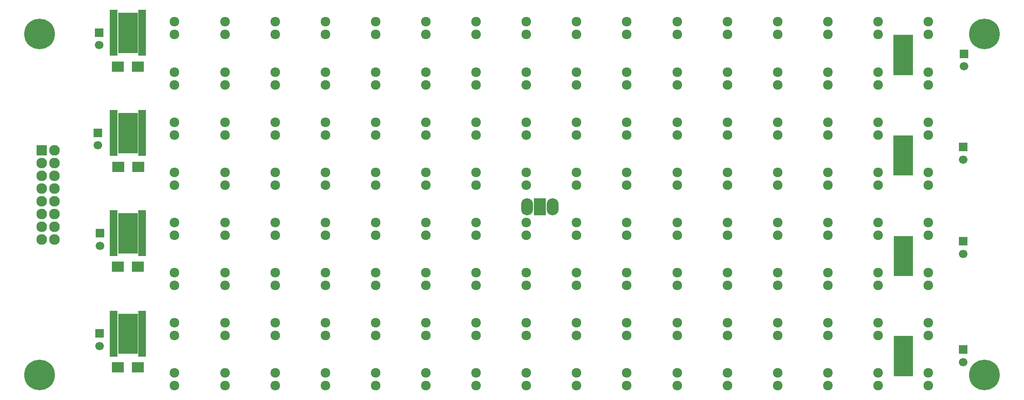
<source format=gts>
%TF.GenerationSoftware,KiCad,Pcbnew,4.0.4-stable*%
%TF.CreationDate,2016-10-15T20:39:20+02:00*%
%TF.ProjectId,matrix-clock,6D61747269782D636C6F636B2E6B6963,rev?*%
%TF.FileFunction,Soldermask,Top*%
%FSLAX46Y46*%
G04 Gerber Fmt 4.6, Leading zero omitted, Abs format (unit mm)*
G04 Created by KiCad (PCBNEW 4.0.4-stable) date Sat Oct 15 20:39:20 2016*
%MOMM*%
%LPD*%
G01*
G04 APERTURE LIST*
%ADD10C,0.100000*%
%ADD11C,1.924000*%
%ADD12R,2.400000X2.100000*%
%ADD13R,2.127200X2.127200*%
%ADD14O,2.127200X2.127200*%
%ADD15R,1.290000X1.500000*%
%ADD16R,1.500000X0.800000*%
%ADD17R,1.700000X1.700000*%
%ADD18C,1.700000*%
%ADD19C,6.100000*%
%ADD20O,2.400000X3.400000*%
G04 APERTURE END LIST*
D10*
D11*
X211370000Y-99950000D03*
X211370000Y-97410000D03*
X211370000Y-49950000D03*
X211370000Y-47410000D03*
X211370000Y-59950000D03*
X211370000Y-57410000D03*
X211370000Y-69950000D03*
X211370000Y-67410000D03*
X211370000Y-79950000D03*
X211370000Y-77410000D03*
X291370000Y-99950000D03*
X291370000Y-97410000D03*
X231370000Y-79950000D03*
X231370000Y-77410000D03*
D12*
X134050000Y-116280000D03*
X130050000Y-116280000D03*
X134050000Y-96200000D03*
X130050000Y-96200000D03*
X134130000Y-76310000D03*
X130130000Y-76310000D03*
D13*
X114935000Y-73025000D03*
D14*
X117475000Y-73025000D03*
X114935000Y-75565000D03*
X117475000Y-75565000D03*
X114935000Y-78105000D03*
X117475000Y-78105000D03*
X114935000Y-80645000D03*
X117475000Y-80645000D03*
X114935000Y-83185000D03*
X117475000Y-83185000D03*
X114935000Y-85725000D03*
X117475000Y-85725000D03*
X114935000Y-88265000D03*
X117475000Y-88265000D03*
X114935000Y-90805000D03*
X117475000Y-90805000D03*
D11*
X151370000Y-109950000D03*
X151370000Y-107410000D03*
X161370000Y-99950000D03*
X161370000Y-97410000D03*
X181370000Y-119950000D03*
X181370000Y-117410000D03*
X171370000Y-119950000D03*
X171370000Y-117410000D03*
X151370000Y-119950000D03*
X151370000Y-117410000D03*
X141370000Y-119950000D03*
X141370000Y-117410000D03*
X181370000Y-109950000D03*
X181370000Y-107410000D03*
X161370000Y-119950000D03*
X161370000Y-117410000D03*
X191370000Y-119950000D03*
X191370000Y-117410000D03*
X201370000Y-119950000D03*
X201370000Y-117410000D03*
X211370000Y-119950000D03*
X211370000Y-117410000D03*
X141370000Y-109950000D03*
X141370000Y-107410000D03*
X161370000Y-109950000D03*
X161370000Y-107410000D03*
X171370000Y-109950000D03*
X171370000Y-107410000D03*
X191370000Y-109950000D03*
X191370000Y-107410000D03*
X201370000Y-109950000D03*
X201370000Y-107410000D03*
X211370000Y-109950000D03*
X211370000Y-107410000D03*
X141370000Y-99950000D03*
X141370000Y-97410000D03*
X151370000Y-99950000D03*
X151370000Y-97410000D03*
X171370000Y-99950000D03*
X171370000Y-97410000D03*
X181370000Y-99950000D03*
X181370000Y-97410000D03*
X191370000Y-99950000D03*
X191370000Y-97410000D03*
X201370000Y-99950000D03*
X201370000Y-97410000D03*
X141370000Y-89950000D03*
X141370000Y-87410000D03*
X151370000Y-89950000D03*
X151370000Y-87410000D03*
X161370000Y-89950000D03*
X161370000Y-87410000D03*
X171370000Y-89950000D03*
X171370000Y-87410000D03*
X181370000Y-89950000D03*
X181370000Y-87410000D03*
X191370000Y-89950000D03*
X191370000Y-87410000D03*
X201370000Y-89950000D03*
X201370000Y-87410000D03*
X211370000Y-89950000D03*
X211370000Y-87410000D03*
X141370000Y-79950000D03*
X141370000Y-77410000D03*
X151370000Y-79950000D03*
X151370000Y-77410000D03*
X161370000Y-79950000D03*
X161370000Y-77410000D03*
X171370000Y-79950000D03*
X171370000Y-77410000D03*
X181370000Y-79950000D03*
X181370000Y-77410000D03*
X191370000Y-79950000D03*
X191370000Y-77410000D03*
X201370000Y-79950000D03*
X201370000Y-77410000D03*
X141370000Y-69950000D03*
X141370000Y-67410000D03*
X151370000Y-69950000D03*
X151370000Y-67410000D03*
X161370000Y-69950000D03*
X161370000Y-67410000D03*
X171370000Y-69950000D03*
X171370000Y-67410000D03*
X181370000Y-69950000D03*
X181370000Y-67410000D03*
X191370000Y-69950000D03*
X191370000Y-67410000D03*
X201370000Y-69950000D03*
X201370000Y-67410000D03*
X141370000Y-59950000D03*
X141370000Y-57410000D03*
X151370000Y-59950000D03*
X151370000Y-57410000D03*
X161370000Y-59950000D03*
X161370000Y-57410000D03*
X171370000Y-59950000D03*
X171370000Y-57410000D03*
X181370000Y-59950000D03*
X181370000Y-57410000D03*
X191370000Y-59950000D03*
X191370000Y-57410000D03*
X201370000Y-59950000D03*
X201370000Y-57410000D03*
X141370000Y-49950000D03*
X141370000Y-47410000D03*
X151370000Y-49950000D03*
X151370000Y-47410000D03*
X161370000Y-49950000D03*
X161370000Y-47410000D03*
X171370000Y-49950000D03*
X171370000Y-47410000D03*
X181370000Y-49950000D03*
X181370000Y-47410000D03*
X191370000Y-49950000D03*
X191370000Y-47410000D03*
X201370000Y-49950000D03*
X201370000Y-47410000D03*
X221370000Y-119950000D03*
X221370000Y-117410000D03*
X231370000Y-119950000D03*
X231370000Y-117410000D03*
X241370000Y-119950000D03*
X241370000Y-117410000D03*
X251370000Y-119950000D03*
X251370000Y-117410000D03*
X261370000Y-119950000D03*
X261370000Y-117410000D03*
X271370000Y-119950000D03*
X271370000Y-117410000D03*
X281370000Y-119950000D03*
X281370000Y-117410000D03*
X291370000Y-119950000D03*
X291370000Y-117410000D03*
X221370000Y-109950000D03*
X221370000Y-107410000D03*
X231370000Y-109950000D03*
X231370000Y-107410000D03*
X241370000Y-109950000D03*
X241370000Y-107410000D03*
X251370000Y-109950000D03*
X251370000Y-107410000D03*
X261370000Y-109950000D03*
X261370000Y-107410000D03*
X271370000Y-109950000D03*
X271370000Y-107410000D03*
X281370000Y-109950000D03*
X281370000Y-107410000D03*
X291370000Y-109950000D03*
X291370000Y-107410000D03*
X221370000Y-99950000D03*
X221370000Y-97410000D03*
X231370000Y-99950000D03*
X231370000Y-97410000D03*
X241370000Y-99950000D03*
X241370000Y-97410000D03*
X251370000Y-99950000D03*
X251370000Y-97410000D03*
X261370000Y-99950000D03*
X261370000Y-97410000D03*
X271370000Y-99950000D03*
X271370000Y-97410000D03*
X281370000Y-99950000D03*
X281370000Y-97410000D03*
X221370000Y-89950000D03*
X221370000Y-87410000D03*
X231370000Y-89950000D03*
X231370000Y-87410000D03*
X241370000Y-89950000D03*
X241370000Y-87410000D03*
X251370000Y-89950000D03*
X251370000Y-87410000D03*
X261370000Y-89950000D03*
X261370000Y-87410000D03*
X271370000Y-89950000D03*
X271370000Y-87410000D03*
X281370000Y-89950000D03*
X281370000Y-87410000D03*
X291370000Y-89950000D03*
X291370000Y-87410000D03*
X221370000Y-79950000D03*
X221370000Y-77410000D03*
X241370000Y-79950000D03*
X241370000Y-77410000D03*
X251370000Y-79950000D03*
X251370000Y-77410000D03*
X261370000Y-79950000D03*
X261370000Y-77410000D03*
X271370000Y-79950000D03*
X271370000Y-77410000D03*
X281370000Y-79950000D03*
X281370000Y-77410000D03*
X291370000Y-79950000D03*
X291370000Y-77410000D03*
X221370000Y-69950000D03*
X221370000Y-67410000D03*
X231370000Y-69950000D03*
X231370000Y-67410000D03*
X241370000Y-69950000D03*
X241370000Y-67410000D03*
X251370000Y-69950000D03*
X251370000Y-67410000D03*
X261370000Y-69950000D03*
X261370000Y-67410000D03*
X271370000Y-69950000D03*
X271370000Y-67410000D03*
X281370000Y-69950000D03*
X281370000Y-67410000D03*
X291370000Y-69950000D03*
X291370000Y-67410000D03*
X221370000Y-59950000D03*
X221370000Y-57410000D03*
X231370000Y-59950000D03*
X231370000Y-57410000D03*
X241370000Y-59950000D03*
X241370000Y-57410000D03*
X251370000Y-59950000D03*
X251370000Y-57410000D03*
X261370000Y-59950000D03*
X261370000Y-57410000D03*
X271370000Y-59950000D03*
X271370000Y-57410000D03*
X281370000Y-59950000D03*
X281370000Y-57410000D03*
X291370000Y-59950000D03*
X291370000Y-57410000D03*
X221370000Y-49950000D03*
X221370000Y-47410000D03*
X231370000Y-49950000D03*
X231370000Y-47410000D03*
X241370000Y-49950000D03*
X241370000Y-47410000D03*
X251370000Y-49950000D03*
X251370000Y-47410000D03*
X261370000Y-49950000D03*
X261370000Y-47410000D03*
X271370000Y-49950000D03*
X271370000Y-47410000D03*
X281370000Y-49950000D03*
X281370000Y-47410000D03*
X291370000Y-49950000D03*
X291370000Y-47410000D03*
D12*
X134080000Y-56324500D03*
X130080000Y-56324500D03*
D15*
X131652000Y-112858750D03*
X131652000Y-110699750D03*
X131652000Y-111756000D03*
X131652000Y-107438000D03*
X131652000Y-106381750D03*
X131652000Y-108540750D03*
X131652000Y-109597000D03*
X130763000Y-109597000D03*
X130763000Y-108540750D03*
X130763000Y-106381750D03*
X130763000Y-107438000D03*
X130763000Y-111756000D03*
X130763000Y-110699750D03*
X130763000Y-112858750D03*
X132541000Y-112858750D03*
X132541000Y-110699750D03*
X132541000Y-111756000D03*
X132541000Y-107438000D03*
X132541000Y-106381750D03*
X132541000Y-108540750D03*
X132541000Y-109597000D03*
X133430000Y-109597000D03*
X133430000Y-108540750D03*
X133430000Y-106381750D03*
X133430000Y-107438000D03*
X133430000Y-111756000D03*
X133430000Y-110699750D03*
X133430000Y-112858750D03*
D16*
X134930000Y-113815000D03*
X134930000Y-113165000D03*
X134930000Y-112515000D03*
X134930000Y-111865000D03*
X134930000Y-111215000D03*
X134930000Y-110565000D03*
X134930000Y-109915000D03*
X134930000Y-109265000D03*
X134930000Y-108615000D03*
X134930000Y-107965000D03*
X134930000Y-107315000D03*
X134930000Y-106665000D03*
X134930000Y-106015000D03*
X134930000Y-105365000D03*
X129230000Y-105365000D03*
X129230000Y-106015000D03*
X129230000Y-106665000D03*
X129230000Y-107315000D03*
X129230000Y-107965000D03*
X129230000Y-108615000D03*
X129230000Y-109265000D03*
X129230000Y-109915000D03*
X129230000Y-110565000D03*
X129230000Y-111215000D03*
X129230000Y-111865000D03*
X129230000Y-112515000D03*
X129230000Y-113165000D03*
X129230000Y-113815000D03*
D15*
X131652000Y-92838750D03*
X131652000Y-90679750D03*
X131652000Y-91736000D03*
X131652000Y-87418000D03*
X131652000Y-86361750D03*
X131652000Y-88520750D03*
X131652000Y-89577000D03*
X130763000Y-89577000D03*
X130763000Y-88520750D03*
X130763000Y-86361750D03*
X130763000Y-87418000D03*
X130763000Y-91736000D03*
X130763000Y-90679750D03*
X130763000Y-92838750D03*
X132541000Y-92838750D03*
X132541000Y-90679750D03*
X132541000Y-91736000D03*
X132541000Y-87418000D03*
X132541000Y-86361750D03*
X132541000Y-88520750D03*
X132541000Y-89577000D03*
X133430000Y-89577000D03*
X133430000Y-88520750D03*
X133430000Y-86361750D03*
X133430000Y-87418000D03*
X133430000Y-91736000D03*
X133430000Y-90679750D03*
X133430000Y-92838750D03*
D16*
X134930000Y-93795000D03*
X134930000Y-93145000D03*
X134930000Y-92495000D03*
X134930000Y-91845000D03*
X134930000Y-91195000D03*
X134930000Y-90545000D03*
X134930000Y-89895000D03*
X134930000Y-89245000D03*
X134930000Y-88595000D03*
X134930000Y-87945000D03*
X134930000Y-87295000D03*
X134930000Y-86645000D03*
X134930000Y-85995000D03*
X134930000Y-85345000D03*
X129230000Y-85345000D03*
X129230000Y-85995000D03*
X129230000Y-86645000D03*
X129230000Y-87295000D03*
X129230000Y-87945000D03*
X129230000Y-88595000D03*
X129230000Y-89245000D03*
X129230000Y-89895000D03*
X129230000Y-90545000D03*
X129230000Y-91195000D03*
X129230000Y-91845000D03*
X129230000Y-92495000D03*
X129230000Y-93145000D03*
X129230000Y-93795000D03*
D15*
X131652000Y-52862250D03*
X131652000Y-50703250D03*
X131652000Y-51759500D03*
X131652000Y-47441500D03*
X131652000Y-46385250D03*
X131652000Y-48544250D03*
X131652000Y-49600500D03*
X130763000Y-49600500D03*
X130763000Y-48544250D03*
X130763000Y-46385250D03*
X130763000Y-47441500D03*
X130763000Y-51759500D03*
X130763000Y-50703250D03*
X130763000Y-52862250D03*
X132541000Y-52862250D03*
X132541000Y-50703250D03*
X132541000Y-51759500D03*
X132541000Y-47441500D03*
X132541000Y-46385250D03*
X132541000Y-48544250D03*
X132541000Y-49600500D03*
X133430000Y-49600500D03*
X133430000Y-48544250D03*
X133430000Y-46385250D03*
X133430000Y-47441500D03*
X133430000Y-51759500D03*
X133430000Y-50703250D03*
X133430000Y-52862250D03*
D16*
X134930000Y-53818500D03*
X134930000Y-53168500D03*
X134930000Y-52518500D03*
X134930000Y-51868500D03*
X134930000Y-51218500D03*
X134930000Y-50568500D03*
X134930000Y-49918500D03*
X134930000Y-49268500D03*
X134930000Y-48618500D03*
X134930000Y-47968500D03*
X134930000Y-47318500D03*
X134930000Y-46668500D03*
X134930000Y-46018500D03*
X134930000Y-45368500D03*
X129230000Y-45368500D03*
X129230000Y-46018500D03*
X129230000Y-46668500D03*
X129230000Y-47318500D03*
X129230000Y-47968500D03*
X129230000Y-48618500D03*
X129230000Y-49268500D03*
X129230000Y-49918500D03*
X129230000Y-50568500D03*
X129230000Y-51218500D03*
X129230000Y-51868500D03*
X129230000Y-52518500D03*
X129230000Y-53168500D03*
X129230000Y-53818500D03*
D15*
X286838000Y-117268750D03*
X286838000Y-115109750D03*
X286838000Y-116166000D03*
X286838000Y-111848000D03*
X286838000Y-110791750D03*
X286838000Y-112950750D03*
X286838000Y-114007000D03*
X287727000Y-114007000D03*
X287727000Y-112950750D03*
X287727000Y-110791750D03*
X287727000Y-111848000D03*
X287727000Y-116166000D03*
X287727000Y-115109750D03*
X287727000Y-117268750D03*
X285949000Y-117268750D03*
X285949000Y-115109750D03*
X285949000Y-116166000D03*
X285949000Y-111848000D03*
X285949000Y-110791750D03*
X285949000Y-112950750D03*
X285949000Y-114007000D03*
X285060000Y-114007000D03*
X285060000Y-112950750D03*
X285060000Y-110791750D03*
X285060000Y-111848000D03*
X285060000Y-116166000D03*
X285060000Y-115109750D03*
X285060000Y-117268750D03*
X286838000Y-97368750D03*
X286838000Y-95209750D03*
X286838000Y-96266000D03*
X286838000Y-91948000D03*
X286838000Y-90891750D03*
X286838000Y-93050750D03*
X286838000Y-94107000D03*
X287727000Y-94107000D03*
X287727000Y-93050750D03*
X287727000Y-90891750D03*
X287727000Y-91948000D03*
X287727000Y-96266000D03*
X287727000Y-95209750D03*
X287727000Y-97368750D03*
X285949000Y-97368750D03*
X285949000Y-95209750D03*
X285949000Y-96266000D03*
X285949000Y-91948000D03*
X285949000Y-90891750D03*
X285949000Y-93050750D03*
X285949000Y-94107000D03*
X285060000Y-94107000D03*
X285060000Y-93050750D03*
X285060000Y-90891750D03*
X285060000Y-91948000D03*
X285060000Y-96266000D03*
X285060000Y-95209750D03*
X285060000Y-97368750D03*
X286798000Y-77278750D03*
X286798000Y-75119750D03*
X286798000Y-76176000D03*
X286798000Y-71858000D03*
X286798000Y-70801750D03*
X286798000Y-72960750D03*
X286798000Y-74017000D03*
X287687000Y-74017000D03*
X287687000Y-72960750D03*
X287687000Y-70801750D03*
X287687000Y-71858000D03*
X287687000Y-76176000D03*
X287687000Y-75119750D03*
X287687000Y-77278750D03*
X285909000Y-77278750D03*
X285909000Y-75119750D03*
X285909000Y-76176000D03*
X285909000Y-71858000D03*
X285909000Y-70801750D03*
X285909000Y-72960750D03*
X285909000Y-74017000D03*
X285020000Y-74017000D03*
X285020000Y-72960750D03*
X285020000Y-70801750D03*
X285020000Y-71858000D03*
X285020000Y-76176000D03*
X285020000Y-75119750D03*
X285020000Y-77278750D03*
X286813000Y-57243750D03*
X286813000Y-55084750D03*
X286813000Y-56141000D03*
X286813000Y-51823000D03*
X286813000Y-50766750D03*
X286813000Y-52925750D03*
X286813000Y-53982000D03*
X287702000Y-53982000D03*
X287702000Y-52925750D03*
X287702000Y-50766750D03*
X287702000Y-51823000D03*
X287702000Y-56141000D03*
X287702000Y-55084750D03*
X287702000Y-57243750D03*
X285924000Y-57243750D03*
X285924000Y-55084750D03*
X285924000Y-56141000D03*
X285924000Y-51823000D03*
X285924000Y-50766750D03*
X285924000Y-52925750D03*
X285924000Y-53982000D03*
X285035000Y-53982000D03*
X285035000Y-52925750D03*
X285035000Y-50766750D03*
X285035000Y-51823000D03*
X285035000Y-56141000D03*
X285035000Y-55084750D03*
X285035000Y-57243750D03*
X131652000Y-72848750D03*
X131652000Y-70689750D03*
X131652000Y-71746000D03*
X131652000Y-67428000D03*
X131652000Y-66371750D03*
X131652000Y-68530750D03*
X131652000Y-69587000D03*
X130763000Y-69587000D03*
X130763000Y-68530750D03*
X130763000Y-66371750D03*
X130763000Y-67428000D03*
X130763000Y-71746000D03*
X130763000Y-70689750D03*
X130763000Y-72848750D03*
X132541000Y-72848750D03*
X132541000Y-70689750D03*
X132541000Y-71746000D03*
X132541000Y-67428000D03*
X132541000Y-66371750D03*
X132541000Y-68530750D03*
X132541000Y-69587000D03*
X133430000Y-69587000D03*
X133430000Y-68530750D03*
X133430000Y-66371750D03*
X133430000Y-67428000D03*
X133430000Y-71746000D03*
X133430000Y-70689750D03*
X133430000Y-72848750D03*
D16*
X134930000Y-73805000D03*
X134930000Y-73155000D03*
X134930000Y-72505000D03*
X134930000Y-71855000D03*
X134930000Y-71205000D03*
X134930000Y-70555000D03*
X134930000Y-69905000D03*
X134930000Y-69255000D03*
X134930000Y-68605000D03*
X134930000Y-67955000D03*
X134930000Y-67305000D03*
X134930000Y-66655000D03*
X134930000Y-66005000D03*
X134930000Y-65355000D03*
X129230000Y-65355000D03*
X129230000Y-66005000D03*
X129230000Y-66655000D03*
X129230000Y-67305000D03*
X129230000Y-67955000D03*
X129230000Y-68605000D03*
X129230000Y-69255000D03*
X129230000Y-69905000D03*
X129230000Y-70555000D03*
X129230000Y-71205000D03*
X129230000Y-71855000D03*
X129230000Y-72505000D03*
X129230000Y-73155000D03*
X129230000Y-73805000D03*
D17*
X126431040Y-109560360D03*
D18*
X126431040Y-112060360D03*
D17*
X126542800Y-89535000D03*
D18*
X126542800Y-92035000D03*
D17*
X126120000Y-69550000D03*
D18*
X126120000Y-72050000D03*
D17*
X126365000Y-49555400D03*
D18*
X126365000Y-52055400D03*
D17*
X298323000Y-112776000D03*
D18*
X298323000Y-115276000D03*
D17*
X298323000Y-91186000D03*
D18*
X298323000Y-93686000D03*
D17*
X298323000Y-72390000D03*
D18*
X298323000Y-74890000D03*
D17*
X298510000Y-53780000D03*
D18*
X298510000Y-56280000D03*
D19*
X114520000Y-117790000D03*
X302520000Y-49790000D03*
X302520000Y-117790000D03*
X114520000Y-49790000D03*
D20*
X211510000Y-84290000D03*
D10*
G36*
X215250000Y-85990000D02*
X212850000Y-85990000D01*
X212850000Y-82590000D01*
X215250000Y-82590000D01*
X215250000Y-85990000D01*
X215250000Y-85990000D01*
G37*
D20*
X216590000Y-84290000D03*
M02*

</source>
